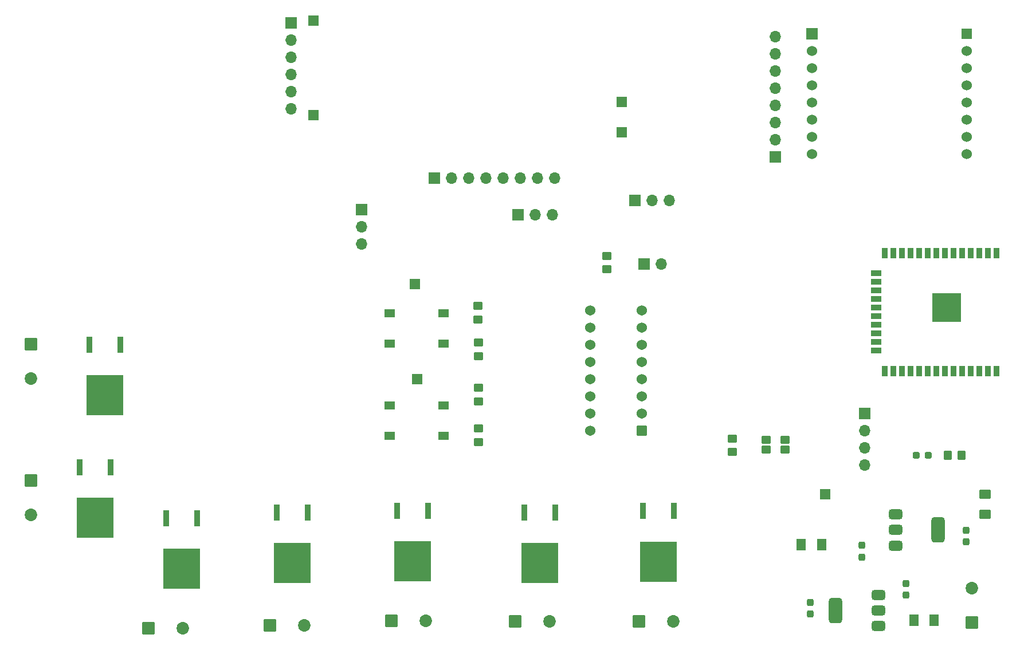
<source format=gbr>
%TF.GenerationSoftware,KiCad,Pcbnew,8.0.0*%
%TF.CreationDate,2025-03-23T20:25:23+05:30*%
%TF.ProjectId,MCU_motorcycle,4d43555f-6d6f-4746-9f72-6379636c652e,rev?*%
%TF.SameCoordinates,Original*%
%TF.FileFunction,Soldermask,Top*%
%TF.FilePolarity,Negative*%
%FSLAX46Y46*%
G04 Gerber Fmt 4.6, Leading zero omitted, Abs format (unit mm)*
G04 Created by KiCad (PCBNEW 8.0.0) date 2025-03-23 20:25:23*
%MOMM*%
%LPD*%
G01*
G04 APERTURE LIST*
G04 Aperture macros list*
%AMRoundRect*
0 Rectangle with rounded corners*
0 $1 Rounding radius*
0 $2 $3 $4 $5 $6 $7 $8 $9 X,Y pos of 4 corners*
0 Add a 4 corners polygon primitive as box body*
4,1,4,$2,$3,$4,$5,$6,$7,$8,$9,$2,$3,0*
0 Add four circle primitives for the rounded corners*
1,1,$1+$1,$2,$3*
1,1,$1+$1,$4,$5*
1,1,$1+$1,$6,$7*
1,1,$1+$1,$8,$9*
0 Add four rect primitives between the rounded corners*
20,1,$1+$1,$2,$3,$4,$5,0*
20,1,$1+$1,$4,$5,$6,$7,0*
20,1,$1+$1,$6,$7,$8,$9,0*
20,1,$1+$1,$8,$9,$2,$3,0*%
G04 Aperture macros list end*
%ADD10R,0.939800X2.489200*%
%ADD11R,5.511800X5.918200*%
%ADD12RoundRect,0.102000X-0.825000X-0.825000X0.825000X-0.825000X0.825000X0.825000X-0.825000X0.825000X0*%
%ADD13C,1.854000*%
%ADD14R,1.500000X1.500000*%
%ADD15RoundRect,0.102000X0.664000X0.664000X-0.664000X0.664000X-0.664000X-0.664000X0.664000X-0.664000X0*%
%ADD16C,1.532000*%
%ADD17R,1.550000X1.300000*%
%ADD18RoundRect,0.102000X-0.600000X-0.450000X0.600000X-0.450000X0.600000X0.450000X-0.600000X0.450000X0*%
%ADD19R,1.700000X1.700000*%
%ADD20O,1.700000X1.700000*%
%ADD21R,0.900000X1.500000*%
%ADD22R,1.500000X0.900000*%
%ADD23C,0.600000*%
%ADD24R,4.200000X4.200000*%
%ADD25RoundRect,0.375000X-0.625000X-0.375000X0.625000X-0.375000X0.625000X0.375000X-0.625000X0.375000X0*%
%ADD26RoundRect,0.500000X-0.500000X-1.400000X0.500000X-1.400000X0.500000X1.400000X-0.500000X1.400000X0*%
%ADD27RoundRect,0.250000X0.450000X-0.350000X0.450000X0.350000X-0.450000X0.350000X-0.450000X-0.350000X0*%
%ADD28RoundRect,0.237500X-0.237500X0.300000X-0.237500X-0.300000X0.237500X-0.300000X0.237500X0.300000X0*%
%ADD29RoundRect,0.250000X-0.450000X0.350000X-0.450000X-0.350000X0.450000X-0.350000X0.450000X0.350000X0*%
%ADD30R,1.676400X1.676400*%
%ADD31C,1.524000*%
%ADD32R,1.524000X1.524000*%
%ADD33RoundRect,0.102000X0.825000X-0.825000X0.825000X0.825000X-0.825000X0.825000X-0.825000X-0.825000X0*%
%ADD34RoundRect,0.250000X0.350000X0.450000X-0.350000X0.450000X-0.350000X-0.450000X0.350000X-0.450000X0*%
%ADD35RoundRect,0.102000X-0.825000X0.825000X-0.825000X-0.825000X0.825000X-0.825000X0.825000X0.825000X0*%
%ADD36RoundRect,0.250001X0.462499X0.624999X-0.462499X0.624999X-0.462499X-0.624999X0.462499X-0.624999X0*%
%ADD37RoundRect,0.375000X0.625000X0.375000X-0.625000X0.375000X-0.625000X-0.375000X0.625000X-0.375000X0*%
%ADD38RoundRect,0.500000X0.500000X1.400000X-0.500000X1.400000X-0.500000X-1.400000X0.500000X-1.400000X0*%
%ADD39RoundRect,0.250001X-0.624999X0.462499X-0.624999X-0.462499X0.624999X-0.462499X0.624999X0.462499X0*%
%ADD40RoundRect,0.250001X-0.462499X-0.624999X0.462499X-0.624999X0.462499X0.624999X-0.462499X0.624999X0*%
%ADD41RoundRect,0.237500X0.237500X-0.300000X0.237500X0.300000X-0.237500X0.300000X-0.237500X-0.300000X0*%
%ADD42RoundRect,0.237500X-0.287500X-0.237500X0.287500X-0.237500X0.287500X0.237500X-0.287500X0.237500X0*%
G04 APERTURE END LIST*
D10*
%TO.C,MOSFET7*%
X71987600Y-97396300D03*
X67407600Y-97396300D03*
D11*
X69697600Y-104876600D03*
%TD*%
D10*
%TO.C,MOSFET6*%
X70514400Y-115557300D03*
X65934400Y-115557300D03*
D11*
X68224400Y-123037600D03*
%TD*%
D10*
%TO.C,MOSFET5*%
X83316000Y-123050300D03*
X78736000Y-123050300D03*
D11*
X81026000Y-130530600D03*
%TD*%
D10*
%TO.C,MOSFET4*%
X99673600Y-122237500D03*
X95093600Y-122237500D03*
D11*
X97383600Y-129717800D03*
%TD*%
D10*
%TO.C,MOSFET3*%
X117453600Y-121983500D03*
X112873600Y-121983500D03*
D11*
X115163600Y-129463800D03*
%TD*%
D10*
%TO.C,MOSFET2*%
X136198800Y-122212100D03*
X131618800Y-122212100D03*
D11*
X133908800Y-129692400D03*
%TD*%
D10*
%TO.C,MOSFET1*%
X153724800Y-122008900D03*
X149144800Y-122008900D03*
D11*
X151434800Y-129489200D03*
%TD*%
D12*
%TO.C,J13*%
X111970000Y-138250000D03*
D13*
X117050000Y-138250000D03*
%TD*%
D14*
%TO.C,TP1*%
X115500000Y-88500000D03*
%TD*%
D15*
%TO.C,U5*%
X149000000Y-110140000D03*
D16*
X149000000Y-107600000D03*
X149000000Y-105060000D03*
X149000000Y-102520000D03*
X149000000Y-99980000D03*
X149000000Y-97440000D03*
X149000000Y-94900000D03*
X149000000Y-92360000D03*
X141380000Y-92360000D03*
X141380000Y-94900000D03*
X141380000Y-97440000D03*
X141380000Y-99980000D03*
X141380000Y-102520000D03*
X141380000Y-105060000D03*
X141380000Y-107600000D03*
X141380000Y-110140000D03*
%TD*%
D17*
%TO.C,SW1*%
X111750000Y-92800000D03*
X119700000Y-92800000D03*
X111750000Y-97300000D03*
X119700000Y-97300000D03*
%TD*%
D18*
%TO.C,D5*%
X167362500Y-111475000D03*
X170162500Y-111475000D03*
X170162500Y-112925000D03*
X167362500Y-112925000D03*
%TD*%
D14*
%TO.C,TP4*%
X100500000Y-49500000D03*
%TD*%
D19*
%TO.C,J8*%
X118320000Y-72800000D03*
D20*
X120860000Y-72800000D03*
X123400000Y-72800000D03*
X125940000Y-72800000D03*
X128480000Y-72800000D03*
X131020000Y-72800000D03*
X133560000Y-72800000D03*
X136100000Y-72800000D03*
%TD*%
D19*
%TO.C,J4*%
X149360000Y-85500000D03*
D20*
X151900000Y-85500000D03*
%TD*%
D21*
%TO.C,U1*%
X201420000Y-83850000D03*
X200150000Y-83850000D03*
X198880000Y-83850000D03*
X197610000Y-83850000D03*
X196340000Y-83850000D03*
X195070000Y-83850000D03*
X193800000Y-83850000D03*
X192530000Y-83850000D03*
X191260000Y-83850000D03*
X189990000Y-83850000D03*
X188720000Y-83850000D03*
X187450000Y-83850000D03*
X186180000Y-83850000D03*
X184910000Y-83850000D03*
D22*
X183660000Y-86890000D03*
X183660000Y-88160000D03*
X183660000Y-89430000D03*
X183660000Y-90700000D03*
X183660000Y-91970000D03*
X183660000Y-93240000D03*
X183660000Y-94510000D03*
X183660000Y-95780000D03*
X183660000Y-97050000D03*
X183660000Y-98320000D03*
D21*
X184910000Y-101350000D03*
X186180000Y-101350000D03*
X187450000Y-101350000D03*
X188720000Y-101350000D03*
X189990000Y-101350000D03*
X191260000Y-101350000D03*
X192530000Y-101350000D03*
X193800000Y-101350000D03*
X195070000Y-101350000D03*
X196340000Y-101350000D03*
X197610000Y-101350000D03*
X198880000Y-101350000D03*
X200150000Y-101350000D03*
X201420000Y-101350000D03*
D23*
X194842500Y-90395000D03*
X193317500Y-90395000D03*
X195605000Y-91157500D03*
X194080000Y-91157500D03*
X192555000Y-91157500D03*
X194842500Y-91920000D03*
D24*
X194080000Y-91920000D03*
D23*
X193317500Y-91920000D03*
X195605000Y-92682500D03*
X194080000Y-92682500D03*
X192555000Y-92682500D03*
X194842500Y-93445000D03*
X193317500Y-93445000D03*
%TD*%
D25*
%TO.C,U13*%
X186500000Y-122525000D03*
X186500000Y-124825000D03*
D26*
X192800000Y-124825000D03*
D25*
X186500000Y-127125000D03*
%TD*%
D27*
%TO.C,R1*%
X162400000Y-113300000D03*
X162400000Y-111300000D03*
%TD*%
D28*
%TO.C,C7*%
X173925000Y-135525000D03*
X173925000Y-137250000D03*
%TD*%
D29*
%TO.C,R6*%
X124900000Y-109800000D03*
X124900000Y-111800000D03*
%TD*%
D30*
%TO.C,CON1*%
X174127500Y-51472500D03*
D31*
X174127500Y-54012500D03*
X174127500Y-56552500D03*
X174127500Y-59092500D03*
X174127500Y-61632500D03*
X174127500Y-64172500D03*
X174127500Y-66712500D03*
X174127500Y-69252500D03*
X196987500Y-69252500D03*
X196987500Y-66712500D03*
X196987500Y-64172500D03*
X196987500Y-61632500D03*
X196987500Y-59092500D03*
X196987500Y-56552500D03*
X196987500Y-54012500D03*
D32*
X196987500Y-51472500D03*
%TD*%
D19*
%TO.C,J18*%
X130720000Y-78200000D03*
D20*
X133260000Y-78200000D03*
X135800000Y-78200000D03*
%TD*%
D14*
%TO.C,TP3*%
X100500000Y-63500000D03*
%TD*%
D33*
%TO.C,J10*%
X197800000Y-138540000D03*
D13*
X197800000Y-133460000D03*
%TD*%
D14*
%TO.C,TP5*%
X176050000Y-119530000D03*
%TD*%
D19*
%TO.C,J6*%
X97150000Y-49875000D03*
D20*
X97150000Y-52415000D03*
X97150000Y-54955000D03*
X97150000Y-57495000D03*
X97150000Y-60035000D03*
X97150000Y-62575000D03*
%TD*%
D14*
%TO.C,TP2*%
X115770000Y-102500000D03*
%TD*%
D17*
%TO.C,SW2*%
X111750000Y-106400000D03*
X119700000Y-106400000D03*
X111750000Y-110900000D03*
X119700000Y-110900000D03*
%TD*%
D12*
%TO.C,J14*%
X94010000Y-138900000D03*
D13*
X99090000Y-138900000D03*
%TD*%
D29*
%TO.C,R8*%
X143800000Y-84300000D03*
X143800000Y-86300000D03*
%TD*%
D34*
%TO.C,R9*%
X196200000Y-113800000D03*
X194200000Y-113800000D03*
%TD*%
D28*
%TO.C,C4*%
X181525000Y-127112500D03*
X181525000Y-128837500D03*
%TD*%
D35*
%TO.C,J16*%
X58700000Y-117520000D03*
D13*
X58700000Y-122600000D03*
%TD*%
D12*
%TO.C,J15*%
X76070000Y-139350000D03*
D13*
X81150000Y-139350000D03*
%TD*%
D36*
%TO.C,F1*%
X192175000Y-138175000D03*
X189200000Y-138175000D03*
%TD*%
D37*
%TO.C,U4*%
X183950000Y-139050000D03*
X183950000Y-136750000D03*
D38*
X177650000Y-136750000D03*
D37*
X183950000Y-134450000D03*
%TD*%
D12*
%TO.C,J12*%
X130270000Y-138350000D03*
D13*
X135350000Y-138350000D03*
%TD*%
D29*
%TO.C,R3*%
X124800000Y-91700000D03*
X124800000Y-93700000D03*
%TD*%
D19*
%TO.C,J3*%
X168700000Y-69640000D03*
D20*
X168700000Y-67100000D03*
X168700000Y-64560000D03*
X168700000Y-62020000D03*
X168700000Y-59480000D03*
X168700000Y-56940000D03*
X168700000Y-54400000D03*
X168700000Y-51860000D03*
%TD*%
D19*
%TO.C,J9*%
X181925000Y-107620000D03*
D20*
X181925000Y-110160000D03*
X181925000Y-112700000D03*
X181925000Y-115240000D03*
%TD*%
D12*
%TO.C,J11*%
X148570000Y-138350000D03*
D13*
X153650000Y-138350000D03*
%TD*%
D39*
%TO.C,F3*%
X199750000Y-119500000D03*
X199750000Y-122475000D03*
%TD*%
D14*
%TO.C,TP8*%
X146000000Y-66000000D03*
%TD*%
%TO.C,TP7*%
X146000000Y-61500000D03*
%TD*%
D19*
%TO.C,J2*%
X107600000Y-77475000D03*
D20*
X107600000Y-80015000D03*
X107600000Y-82555000D03*
%TD*%
D40*
%TO.C,F2*%
X172575000Y-127000000D03*
X175550000Y-127000000D03*
%TD*%
D29*
%TO.C,R4*%
X124900000Y-97100000D03*
X124900000Y-99100000D03*
%TD*%
D19*
%TO.C,J1*%
X147960000Y-76100000D03*
D20*
X150500000Y-76100000D03*
X153040000Y-76100000D03*
%TD*%
D35*
%TO.C,J17*%
X58700000Y-97370000D03*
D13*
X58700000Y-102450000D03*
%TD*%
D41*
%TO.C,C6*%
X187987500Y-134437500D03*
X187987500Y-132712500D03*
%TD*%
D29*
%TO.C,R5*%
X124900000Y-103800000D03*
X124900000Y-105800000D03*
%TD*%
D28*
%TO.C,C5*%
X196950000Y-124850000D03*
X196950000Y-126575000D03*
%TD*%
D42*
%TO.C,D4*%
X189550000Y-113800000D03*
X191300000Y-113800000D03*
%TD*%
M02*

</source>
